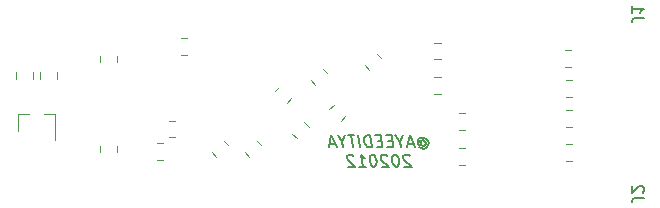
<source format=gbr>
G04 #@! TF.GenerationSoftware,KiCad,Pcbnew,(5.1.2-1)-1*
G04 #@! TF.CreationDate,2020-03-21T16:32:46+05:30*
G04 #@! TF.ProjectId,BluePill,426c7565-5069-46c6-9c2e-6b696361645f,rev?*
G04 #@! TF.SameCoordinates,Original*
G04 #@! TF.FileFunction,Legend,Bot*
G04 #@! TF.FilePolarity,Positive*
%FSLAX46Y46*%
G04 Gerber Fmt 4.6, Leading zero omitted, Abs format (unit mm)*
G04 Created by KiCad (PCBNEW (5.1.2-1)-1) date 2020-03-21 16:32:46*
%MOMM*%
%LPD*%
G04 APERTURE LIST*
%ADD10C,0.150000*%
%ADD11C,0.120000*%
G04 APERTURE END LIST*
D10*
X47458645Y-26059315D02*
X47500312Y-26011696D01*
X47589598Y-25964077D01*
X47684836Y-25964077D01*
X47786026Y-26011696D01*
X47839598Y-26059315D01*
X47899122Y-26154553D01*
X47911026Y-26249791D01*
X47875312Y-26345029D01*
X47833645Y-26392648D01*
X47744360Y-26440267D01*
X47649122Y-26440267D01*
X47547931Y-26392648D01*
X47494360Y-26345029D01*
X47446741Y-25964077D02*
X47494360Y-26345029D01*
X47452693Y-26392648D01*
X47405074Y-26392648D01*
X47303883Y-26345029D01*
X47244360Y-26249791D01*
X47214598Y-26011696D01*
X47291979Y-25868839D01*
X47422931Y-25773601D01*
X47607455Y-25725982D01*
X47803883Y-25773601D01*
X47958645Y-25868839D01*
X48071741Y-26011696D01*
X48143169Y-26202172D01*
X48119360Y-26392648D01*
X48041979Y-26535505D01*
X47911026Y-26630744D01*
X47726502Y-26678363D01*
X47530074Y-26630744D01*
X47375312Y-26535505D01*
X46863407Y-26249791D02*
X46387217Y-26249791D01*
X46994360Y-26535505D02*
X46536026Y-25535505D01*
X46327693Y-26535505D01*
X45744360Y-26059315D02*
X45803883Y-26535505D01*
X46012217Y-25535505D02*
X45744360Y-26059315D01*
X45345550Y-25535505D01*
X45071741Y-26011696D02*
X44738407Y-26011696D01*
X44661026Y-26535505D02*
X45137217Y-26535505D01*
X45012217Y-25535505D01*
X44536026Y-25535505D01*
X44166979Y-26011696D02*
X43833645Y-26011696D01*
X43756264Y-26535505D02*
X44232455Y-26535505D01*
X44107455Y-25535505D01*
X43631264Y-25535505D01*
X43327693Y-26535505D02*
X43202693Y-25535505D01*
X42964598Y-25535505D01*
X42827693Y-25583125D01*
X42744360Y-25678363D01*
X42708645Y-25773601D01*
X42684836Y-25964077D01*
X42702693Y-26106934D01*
X42774122Y-26297410D01*
X42833645Y-26392648D01*
X42940788Y-26487886D01*
X43089598Y-26535505D01*
X43327693Y-26535505D01*
X42327693Y-26535505D02*
X42202693Y-25535505D01*
X41869360Y-25535505D02*
X41297931Y-25535505D01*
X41708645Y-26535505D02*
X41583645Y-25535505D01*
X40839598Y-26059315D02*
X40899122Y-26535505D01*
X41107455Y-25535505D02*
X40839598Y-26059315D01*
X40440788Y-25535505D01*
X40244360Y-26249791D02*
X39768169Y-26249791D01*
X40375312Y-26535505D02*
X39916979Y-25535505D01*
X39708645Y-26535505D01*
X46547931Y-27280744D02*
X46494360Y-27233125D01*
X46393169Y-27185505D01*
X46155074Y-27185505D01*
X46065788Y-27233125D01*
X46024122Y-27280744D01*
X45988407Y-27375982D01*
X46000312Y-27471220D01*
X46065788Y-27614077D01*
X46708645Y-28185505D01*
X46089598Y-28185505D01*
X45345550Y-27185505D02*
X45250312Y-27185505D01*
X45161026Y-27233125D01*
X45119360Y-27280744D01*
X45083645Y-27375982D01*
X45059836Y-27566458D01*
X45089598Y-27804553D01*
X45161026Y-27995029D01*
X45220550Y-28090267D01*
X45274122Y-28137886D01*
X45375312Y-28185505D01*
X45470550Y-28185505D01*
X45559836Y-28137886D01*
X45601502Y-28090267D01*
X45637217Y-27995029D01*
X45661026Y-27804553D01*
X45631264Y-27566458D01*
X45559836Y-27375982D01*
X45500312Y-27280744D01*
X45446741Y-27233125D01*
X45345550Y-27185505D01*
X44643169Y-27280744D02*
X44589598Y-27233125D01*
X44488407Y-27185505D01*
X44250312Y-27185505D01*
X44161026Y-27233125D01*
X44119360Y-27280744D01*
X44083645Y-27375982D01*
X44095550Y-27471220D01*
X44161026Y-27614077D01*
X44803883Y-28185505D01*
X44184836Y-28185505D01*
X43440788Y-27185505D02*
X43345550Y-27185505D01*
X43256264Y-27233125D01*
X43214598Y-27280744D01*
X43178883Y-27375982D01*
X43155074Y-27566458D01*
X43184836Y-27804553D01*
X43256264Y-27995029D01*
X43315788Y-28090267D01*
X43369360Y-28137886D01*
X43470550Y-28185505D01*
X43565788Y-28185505D01*
X43655074Y-28137886D01*
X43696741Y-28090267D01*
X43732455Y-27995029D01*
X43756264Y-27804553D01*
X43726502Y-27566458D01*
X43655074Y-27375982D01*
X43595550Y-27280744D01*
X43541979Y-27233125D01*
X43440788Y-27185505D01*
X42280074Y-28185505D02*
X42851502Y-28185505D01*
X42565788Y-28185505D02*
X42440788Y-27185505D01*
X42553883Y-27328363D01*
X42661026Y-27423601D01*
X42762217Y-27471220D01*
X41786026Y-27280744D02*
X41732455Y-27233125D01*
X41631264Y-27185505D01*
X41393169Y-27185505D01*
X41303883Y-27233125D01*
X41262217Y-27280744D01*
X41226502Y-27375982D01*
X41238407Y-27471220D01*
X41303883Y-27614077D01*
X41946741Y-28185505D01*
X41327693Y-28185505D01*
D11*
X13385200Y-23732000D02*
X13385200Y-25192000D01*
X16545200Y-23732000D02*
X16545200Y-25892000D01*
X16545200Y-23732000D02*
X15615200Y-23732000D01*
X13385200Y-23732000D02*
X14315200Y-23732000D01*
X59746248Y-20880000D02*
X60268752Y-20880000D01*
X59746248Y-22300000D02*
X60268752Y-22300000D01*
X30162687Y-27356779D02*
X29793221Y-26987313D01*
X31166779Y-26352687D02*
X30797313Y-25983221D01*
X59746248Y-23420000D02*
X60268752Y-23420000D01*
X59746248Y-24840000D02*
X60268752Y-24840000D01*
X32956687Y-27356779D02*
X32587221Y-26987313D01*
X33960779Y-26352687D02*
X33591313Y-25983221D01*
X20372000Y-26940252D02*
X20372000Y-26417748D01*
X21792000Y-26940252D02*
X21792000Y-26417748D01*
X21792000Y-18779748D02*
X21792000Y-19302252D01*
X20372000Y-18779748D02*
X20372000Y-19302252D01*
X59713748Y-18290000D02*
X60236252Y-18290000D01*
X59713748Y-19710000D02*
X60236252Y-19710000D01*
X59763748Y-26290000D02*
X60286252Y-26290000D01*
X59763748Y-27710000D02*
X60286252Y-27710000D01*
X27170748Y-17290000D02*
X27693252Y-17290000D01*
X27170748Y-18710000D02*
X27693252Y-18710000D01*
X26163748Y-24290000D02*
X26686252Y-24290000D01*
X26163748Y-25710000D02*
X26686252Y-25710000D01*
X25652252Y-27634000D02*
X25129748Y-27634000D01*
X25652252Y-26214000D02*
X25129748Y-26214000D01*
X50738748Y-23640000D02*
X51261252Y-23640000D01*
X50738748Y-25060000D02*
X51261252Y-25060000D01*
X50738748Y-26640000D02*
X51261252Y-26640000D01*
X50738748Y-28060000D02*
X51261252Y-28060000D01*
X49161252Y-19110000D02*
X48638748Y-19110000D01*
X49161252Y-17690000D02*
X48638748Y-17690000D01*
X49161252Y-22010000D02*
X48638748Y-22010000D01*
X49161252Y-20590000D02*
X48638748Y-20590000D01*
X43116687Y-19990779D02*
X42747221Y-19621313D01*
X44120779Y-18986687D02*
X43751313Y-18617221D01*
X37618097Y-24422005D02*
X37987563Y-24791471D01*
X36614005Y-25426097D02*
X36983471Y-25795563D01*
X36500779Y-22415313D02*
X36131313Y-22784779D01*
X35496687Y-21411221D02*
X35127221Y-21780687D01*
X39736437Y-23304687D02*
X40105903Y-22935221D01*
X40740529Y-24308779D02*
X41109995Y-23939313D01*
X38544687Y-21260779D02*
X38175221Y-20891313D01*
X39548779Y-20256687D02*
X39179313Y-19887221D01*
X13255200Y-20728252D02*
X13255200Y-20205748D01*
X14675200Y-20728252D02*
X14675200Y-20205748D01*
X15255200Y-20728252D02*
X15255200Y-20205748D01*
X16675200Y-20728252D02*
X16675200Y-20205748D01*
D10*
X66377619Y-30813333D02*
X65663333Y-30813333D01*
X65520476Y-30860952D01*
X65425238Y-30956190D01*
X65377619Y-31099047D01*
X65377619Y-31194285D01*
X66282380Y-30384761D02*
X66330000Y-30337142D01*
X66377619Y-30241904D01*
X66377619Y-30003809D01*
X66330000Y-29908571D01*
X66282380Y-29860952D01*
X66187142Y-29813333D01*
X66091904Y-29813333D01*
X65949047Y-29860952D01*
X65377619Y-30432380D01*
X65377619Y-29813333D01*
X66377619Y-15573333D02*
X65663333Y-15573333D01*
X65520476Y-15620952D01*
X65425238Y-15716190D01*
X65377619Y-15859047D01*
X65377619Y-15954285D01*
X65377619Y-14573333D02*
X65377619Y-15144761D01*
X65377619Y-14859047D02*
X66377619Y-14859047D01*
X66234761Y-14954285D01*
X66139523Y-15049523D01*
X66091904Y-15144761D01*
M02*

</source>
